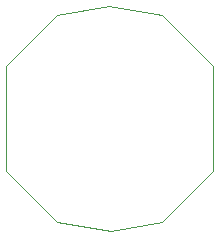
<source format=gbr>
%TF.GenerationSoftware,KiCad,Pcbnew,7.0.7*%
%TF.CreationDate,2023-11-25T18:05:25+10:30*%
%TF.ProjectId,ring_pcb_IR,72696e67-5f70-4636-925f-49522e6b6963,rev?*%
%TF.SameCoordinates,Original*%
%TF.FileFunction,Profile,NP*%
%FSLAX46Y46*%
G04 Gerber Fmt 4.6, Leading zero omitted, Abs format (unit mm)*
G04 Created by KiCad (PCBNEW 7.0.7) date 2023-11-25 18:05:25*
%MOMM*%
%LPD*%
G01*
G04 APERTURE LIST*
%TA.AperFunction,Profile*%
%ADD10C,0.100000*%
%TD*%
G04 APERTURE END LIST*
D10*
X140970000Y-102362000D02*
X145288000Y-106680000D01*
X145288000Y-115570000D01*
X140970000Y-119888000D01*
X136652000Y-120650000D01*
X132080000Y-119888000D01*
X127762000Y-115570000D01*
X127762000Y-106680000D01*
X132080000Y-102362000D01*
X136525000Y-101600000D01*
X140970000Y-102362000D01*
M02*

</source>
